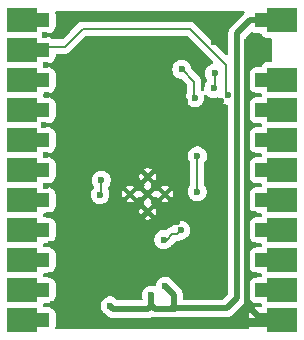
<source format=gbr>
%TF.GenerationSoftware,KiCad,Pcbnew,9.0.1+dfsg-1*%
%TF.CreationDate,2025-05-01T10:53:58+02:00*%
%TF.ProjectId,audio-codec,61756469-6f2d-4636-9f64-65632e6b6963,rev?*%
%TF.SameCoordinates,Original*%
%TF.FileFunction,Copper,L2,Bot*%
%TF.FilePolarity,Positive*%
%FSLAX46Y46*%
G04 Gerber Fmt 4.6, Leading zero omitted, Abs format (unit mm)*
G04 Created by KiCad (PCBNEW 9.0.1+dfsg-1) date 2025-05-01 10:53:58*
%MOMM*%
%LPD*%
G01*
G04 APERTURE LIST*
G04 Aperture macros list*
%AMRoundRect*
0 Rectangle with rounded corners*
0 $1 Rounding radius*
0 $2 $3 $4 $5 $6 $7 $8 $9 X,Y pos of 4 corners*
0 Add a 4 corners polygon primitive as box body*
4,1,4,$2,$3,$4,$5,$6,$7,$8,$9,$2,$3,0*
0 Add four circle primitives for the rounded corners*
1,1,$1+$1,$2,$3*
1,1,$1+$1,$4,$5*
1,1,$1+$1,$6,$7*
1,1,$1+$1,$8,$9*
0 Add four rect primitives between the rounded corners*
20,1,$1+$1,$2,$3,$4,$5,0*
20,1,$1+$1,$4,$5,$6,$7,0*
20,1,$1+$1,$6,$7,$8,$9,0*
20,1,$1+$1,$8,$9,$2,$3,0*%
G04 Aperture macros list end*
%TA.AperFunction,ComponentPad*%
%ADD10C,0.400000*%
%TD*%
%TA.AperFunction,CastellatedPad*%
%ADD11R,2.540000X2.000000*%
%TD*%
%TA.AperFunction,ComponentPad*%
%ADD12RoundRect,0.250000X-0.375000X-0.375000X0.375000X-0.375000X0.375000X0.375000X-0.375000X0.375000X0*%
%TD*%
%TA.AperFunction,ViaPad*%
%ADD13C,0.600000*%
%TD*%
%TA.AperFunction,Conductor*%
%ADD14C,0.200000*%
%TD*%
%TA.AperFunction,Conductor*%
%ADD15C,0.750000*%
%TD*%
%TA.AperFunction,Conductor*%
%ADD16C,0.500000*%
%TD*%
G04 APERTURE END LIST*
D10*
%TO.P,U1,34,GND*%
%TO.N,GND*%
X84110000Y-65375000D03*
%TO.P,U1,35,GND*%
X85585000Y-65375000D03*
%TO.P,U1,36,GND*%
X84110000Y-63900000D03*
%TO.P,U1,37,GND*%
X82635000Y-65375000D03*
%TO.P,U1,38,GND*%
X84110000Y-66850000D03*
%TD*%
D11*
%TO.P,M1,1,VCC*%
%TO.N,DECOUPLE1*%
X95500000Y-50650000D03*
D12*
X93800000Y-50650000D03*
D11*
%TO.P,M1,3*%
%TO.N,{slash}RESET*%
X95500000Y-55730000D03*
D12*
X93800000Y-55730000D03*
D11*
%TO.P,M1,4*%
%TO.N,V1.8_MODE*%
X95500000Y-58270000D03*
D12*
X93800000Y-58270000D03*
D11*
%TO.P,M1,5*%
%TO.N,3.5MM_RIGHT*%
X95500000Y-60810000D03*
D12*
X93800000Y-60810000D03*
D11*
%TO.P,M1,6*%
%TO.N,3.5MM_LEFT*%
X95500000Y-63350000D03*
D12*
X93800000Y-63350000D03*
D11*
%TO.P,M1,7*%
%TO.N,SPEAKER_R_P*%
X95500000Y-65890000D03*
D12*
X93800000Y-65890000D03*
D11*
%TO.P,M1,8*%
%TO.N,SPEAKER_R_M*%
X95500000Y-68430000D03*
D12*
X93800000Y-68430000D03*
D11*
%TO.P,M1,9*%
%TO.N,SPEAKER_L_P*%
X95500000Y-70970000D03*
D12*
X93800000Y-70970000D03*
D11*
%TO.P,M1,10*%
%TO.N,SPEAKER_L_M*%
X95500000Y-73510000D03*
D12*
X93800000Y-73510000D03*
D11*
%TO.P,M1,11,GND*%
%TO.N,GND*%
X95500000Y-76050000D03*
D12*
X93800000Y-76050000D03*
%TO.P,M1,12*%
%TO.N,DECOUPLE4*%
X75200000Y-50650000D03*
D11*
X73500000Y-50650000D03*
D12*
%TO.P,M1,13*%
%TO.N,GPIO1*%
X75200000Y-53190000D03*
D11*
X73500000Y-53190000D03*
D12*
%TO.P,M1,14*%
%TO.N,DECOUPLE5*%
X75200000Y-55730000D03*
D11*
X73500000Y-55730000D03*
D12*
%TO.P,M1,15*%
%TO.N,I2S_DOUT*%
X75200000Y-58270000D03*
D11*
X73500000Y-58270000D03*
D12*
%TO.P,M1,16*%
%TO.N,I2S_DIN*%
X75200000Y-60810000D03*
D11*
X73500000Y-60810000D03*
D12*
%TO.P,M1,17*%
%TO.N,WCLK*%
X75200000Y-63350000D03*
D11*
X73500000Y-63350000D03*
D12*
%TO.P,M1,18*%
%TO.N,I2S_BCLK*%
X75200000Y-65890000D03*
D11*
X73500000Y-65890000D03*
D12*
%TO.P,M1,19*%
%TO.N,I2S_MCLK*%
X75200000Y-68430000D03*
D11*
X73500000Y-68430000D03*
D12*
%TO.P,M1,20*%
%TO.N,SDA*%
X75200000Y-70970000D03*
D11*
X73500000Y-70970000D03*
D12*
%TO.P,M1,21*%
%TO.N,SCL*%
X75200000Y-73510000D03*
D11*
X73500000Y-73510000D03*
D12*
%TO.P,M1,22*%
%TO.N,3.5MM_MIC*%
X75200000Y-76050000D03*
D11*
X73500000Y-76050000D03*
%TD*%
D13*
%TO.N,DECOUPLE4*%
X88125000Y-57210000D03*
X88310000Y-65175000D03*
X88335000Y-62150000D03*
X87000000Y-54825000D03*
%TO.N,Net-(U1-MIC1RP)*%
X80199243Y-64200000D03*
X80084958Y-65423571D03*
%TO.N,GND*%
X87100000Y-60520000D03*
X81430000Y-61040000D03*
X89980000Y-66950000D03*
X75370000Y-59530000D03*
X81485000Y-67625000D03*
X93220000Y-72230000D03*
X87290000Y-57490000D03*
X78550000Y-58030000D03*
X92500000Y-64640000D03*
X89750000Y-52510000D03*
X84141926Y-54175000D03*
X78890000Y-64190000D03*
X77120000Y-59640000D03*
X92500000Y-54240000D03*
X77300000Y-73090000D03*
X83860000Y-68525000D03*
X75510000Y-54450000D03*
X87110000Y-52850000D03*
X89540000Y-76250000D03*
X93060000Y-62040000D03*
X75510000Y-62060000D03*
X78120000Y-55230000D03*
X87285000Y-65175000D03*
X82430000Y-69350000D03*
X82650000Y-68580000D03*
X79350000Y-69270000D03*
X76120000Y-74720000D03*
X75920000Y-69640000D03*
X88430000Y-53820000D03*
X86200000Y-56050000D03*
X77910000Y-61160000D03*
X75610000Y-57010000D03*
X86560000Y-67725000D03*
X86650000Y-70060000D03*
X86320000Y-62590000D03*
X89800000Y-51450000D03*
X75910000Y-72210000D03*
X90300000Y-57520000D03*
X82480000Y-72450000D03*
X90035000Y-68400000D03*
X75490000Y-64660000D03*
X75800000Y-67140000D03*
X93160000Y-69730000D03*
X92500000Y-52510000D03*
X90880000Y-76250000D03*
X75440000Y-51920000D03*
X90380000Y-60500000D03*
X92630000Y-74880000D03*
X92500000Y-59590000D03*
X84400000Y-59160000D03*
X93060000Y-56970000D03*
X87920000Y-72500000D03*
X93140000Y-67090000D03*
X79360000Y-72330000D03*
%TO.N,DECOUPLE1*%
X84435000Y-73940000D03*
X85590000Y-73170000D03*
X80935000Y-74850000D03*
%TO.N,{slash}RESET*%
X89710000Y-56440000D03*
X89780000Y-55140000D03*
%TO.N,SPEAKER_R_M*%
X85477107Y-69232893D03*
X86935000Y-68431666D03*
%TO.N,GPIO1*%
X90930000Y-57010000D03*
%TD*%
D14*
%TO.N,DECOUPLE4*%
X88285000Y-65150000D02*
X88310000Y-65175000D01*
X88335000Y-62150000D02*
X88285000Y-62200000D01*
X88125000Y-57210000D02*
X88050000Y-57135000D01*
X88050000Y-57135000D02*
X88050000Y-55875000D01*
X88285000Y-62200000D02*
X88285000Y-65150000D01*
X88050000Y-55875000D02*
X87000000Y-54825000D01*
%TO.N,Net-(U1-MIC1RP)*%
X80199243Y-65309286D02*
X80084958Y-65423571D01*
X80199243Y-64200000D02*
X80199243Y-65309286D01*
%TO.N,GND*%
X90060000Y-63625000D02*
X90010000Y-63575000D01*
X78310000Y-65675000D02*
X78310000Y-63750000D01*
D15*
X94325000Y-76250000D02*
X90880000Y-76250000D01*
D16*
X92630000Y-74880000D02*
X93800000Y-76050000D01*
X92500000Y-54240000D02*
X92500000Y-59590000D01*
X92500000Y-59590000D02*
X92500000Y-64640000D01*
D14*
X90060000Y-65950000D02*
X90060000Y-63625000D01*
D15*
X89540000Y-76250000D02*
X89300000Y-76250000D01*
D16*
X92500000Y-74750000D02*
X92630000Y-74880000D01*
X92500000Y-52510000D02*
X92500000Y-54240000D01*
D15*
X90880000Y-76250000D02*
X89540000Y-76250000D01*
D16*
X92500000Y-64640000D02*
X92500000Y-74750000D01*
D15*
X94825000Y-75750000D02*
X94325000Y-76250000D01*
D16*
%TO.N,DECOUPLE1*%
X86335000Y-74870000D02*
X86130000Y-75075000D01*
X93790000Y-50660000D02*
X93800000Y-50650000D01*
X94525000Y-50650000D02*
X94825000Y-50350000D01*
X86130000Y-75075000D02*
X86395000Y-75075000D01*
X84435000Y-73940000D02*
X84435000Y-74800000D01*
X92800000Y-50660000D02*
X93790000Y-50660000D01*
X86130000Y-75075000D02*
X84710000Y-75075000D01*
X91700000Y-51760000D02*
X92800000Y-50660000D01*
X84435000Y-74800000D02*
X84115000Y-75120000D01*
X85590000Y-73170000D02*
X86335000Y-73915000D01*
X81205000Y-75120000D02*
X80935000Y-74850000D01*
X84115000Y-75120000D02*
X81205000Y-75120000D01*
X86395000Y-75075000D02*
X86410000Y-75060000D01*
X90810000Y-75060000D02*
X91700000Y-74170000D01*
X86410000Y-75060000D02*
X90810000Y-75060000D01*
X93800000Y-50650000D02*
X94525000Y-50650000D01*
X86335000Y-73915000D02*
X86335000Y-74870000D01*
X84710000Y-75075000D02*
X84435000Y-74800000D01*
X91700000Y-74170000D02*
X91700000Y-51760000D01*
D14*
%TO.N,{slash}RESET*%
X89710000Y-56440000D02*
X89710000Y-56380000D01*
X89710000Y-56380000D02*
X89780000Y-56310000D01*
X89780000Y-56310000D02*
X89780000Y-55140000D01*
%TO.N,SPEAKER_R_M*%
X85477107Y-69232893D02*
X85745835Y-69232893D01*
X86594802Y-68771864D02*
X86935000Y-68431666D01*
X86206864Y-68771864D02*
X86594802Y-68771864D01*
X85745835Y-69232893D02*
X86206864Y-68771864D01*
%TO.N,GPIO1*%
X77130000Y-52890000D02*
X74505000Y-52890000D01*
X90930000Y-57010000D02*
X90770000Y-56850000D01*
X90770000Y-54450000D02*
X87710000Y-51390000D01*
X87710000Y-51390000D02*
X78630000Y-51390000D01*
X78630000Y-51390000D02*
X77130000Y-52890000D01*
X90770000Y-56850000D02*
X90770000Y-54450000D01*
%TD*%
%TA.AperFunction,Conductor*%
%TO.N,GND*%
G36*
X87476942Y-52010185D02*
G01*
X87497584Y-52026819D01*
X89628122Y-54157358D01*
X89661607Y-54218681D01*
X89656623Y-54288373D01*
X89614751Y-54344306D01*
X89564634Y-54366656D01*
X89546507Y-54370261D01*
X89546498Y-54370264D01*
X89400827Y-54430602D01*
X89400814Y-54430609D01*
X89269711Y-54518210D01*
X89269707Y-54518213D01*
X89158213Y-54629707D01*
X89158210Y-54629711D01*
X89070609Y-54760814D01*
X89070602Y-54760827D01*
X89010264Y-54906498D01*
X89010261Y-54906510D01*
X88979500Y-55061153D01*
X88979500Y-55218846D01*
X89010261Y-55373489D01*
X89010264Y-55373501D01*
X89070602Y-55519172D01*
X89070609Y-55519185D01*
X89158602Y-55650874D01*
X89164252Y-55668920D01*
X89174477Y-55684830D01*
X89178928Y-55715789D01*
X89179480Y-55717551D01*
X89179500Y-55719765D01*
X89179500Y-55787059D01*
X89159815Y-55854098D01*
X89143181Y-55874740D01*
X89088213Y-55929707D01*
X89088210Y-55929711D01*
X89000609Y-56060814D01*
X89000602Y-56060827D01*
X88940264Y-56206498D01*
X88940261Y-56206510D01*
X88909500Y-56361153D01*
X88909500Y-56518841D01*
X88915064Y-56546816D01*
X88908835Y-56616408D01*
X88865971Y-56671585D01*
X88800081Y-56694828D01*
X88732085Y-56678759D01*
X88705766Y-56658688D01*
X88686816Y-56639738D01*
X88653333Y-56578414D01*
X88650500Y-56552059D01*
X88650500Y-55795943D01*
X88650499Y-55795940D01*
X88641349Y-55761789D01*
X88609577Y-55643215D01*
X88580639Y-55593095D01*
X88530520Y-55506284D01*
X88418716Y-55394480D01*
X88418715Y-55394479D01*
X88414385Y-55390149D01*
X88414374Y-55390139D01*
X87834574Y-54810339D01*
X87801089Y-54749016D01*
X87800638Y-54746849D01*
X87769738Y-54591510D01*
X87769737Y-54591503D01*
X87764877Y-54579769D01*
X87709397Y-54445827D01*
X87709390Y-54445814D01*
X87621789Y-54314711D01*
X87621786Y-54314707D01*
X87510292Y-54203213D01*
X87510288Y-54203210D01*
X87379185Y-54115609D01*
X87379172Y-54115602D01*
X87233501Y-54055264D01*
X87233489Y-54055261D01*
X87078845Y-54024500D01*
X87078842Y-54024500D01*
X86921158Y-54024500D01*
X86921155Y-54024500D01*
X86766510Y-54055261D01*
X86766498Y-54055264D01*
X86620827Y-54115602D01*
X86620814Y-54115609D01*
X86489711Y-54203210D01*
X86489707Y-54203213D01*
X86378213Y-54314707D01*
X86378210Y-54314711D01*
X86290609Y-54445814D01*
X86290602Y-54445827D01*
X86230264Y-54591498D01*
X86230261Y-54591510D01*
X86199500Y-54746153D01*
X86199500Y-54903846D01*
X86230261Y-55058489D01*
X86230264Y-55058501D01*
X86290602Y-55204172D01*
X86290609Y-55204185D01*
X86378210Y-55335288D01*
X86378213Y-55335292D01*
X86489707Y-55446786D01*
X86489711Y-55446789D01*
X86620814Y-55534390D01*
X86620827Y-55534397D01*
X86762539Y-55593095D01*
X86766503Y-55594737D01*
X86831147Y-55607595D01*
X86921849Y-55625638D01*
X86983760Y-55658023D01*
X86985339Y-55659574D01*
X87413181Y-56087416D01*
X87446666Y-56148739D01*
X87449500Y-56175097D01*
X87449500Y-56742479D01*
X87429815Y-56809518D01*
X87428602Y-56811370D01*
X87415609Y-56830814D01*
X87415602Y-56830827D01*
X87355264Y-56976498D01*
X87355261Y-56976510D01*
X87324500Y-57131153D01*
X87324500Y-57288846D01*
X87355261Y-57443489D01*
X87355264Y-57443501D01*
X87415602Y-57589172D01*
X87415609Y-57589185D01*
X87503210Y-57720288D01*
X87503213Y-57720292D01*
X87614707Y-57831786D01*
X87614711Y-57831789D01*
X87745814Y-57919390D01*
X87745827Y-57919397D01*
X87891498Y-57979735D01*
X87891503Y-57979737D01*
X88046153Y-58010499D01*
X88046156Y-58010500D01*
X88046158Y-58010500D01*
X88203844Y-58010500D01*
X88203845Y-58010499D01*
X88358497Y-57979737D01*
X88504179Y-57919394D01*
X88635289Y-57831789D01*
X88746789Y-57720289D01*
X88834394Y-57589179D01*
X88839993Y-57575663D01*
X88894735Y-57443501D01*
X88894737Y-57443497D01*
X88925500Y-57288842D01*
X88925500Y-57131158D01*
X88924238Y-57124815D01*
X88919936Y-57103187D01*
X88926163Y-57033595D01*
X88969025Y-56978417D01*
X89034914Y-56955172D01*
X89102911Y-56971239D01*
X89129234Y-56991313D01*
X89199707Y-57061786D01*
X89199711Y-57061789D01*
X89330814Y-57149390D01*
X89330827Y-57149397D01*
X89399945Y-57178026D01*
X89476503Y-57209737D01*
X89631153Y-57240499D01*
X89631156Y-57240500D01*
X89631158Y-57240500D01*
X89788844Y-57240500D01*
X89788845Y-57240499D01*
X89943497Y-57209737D01*
X90002023Y-57185494D01*
X90071490Y-57178026D01*
X90133969Y-57209301D01*
X90164035Y-57252604D01*
X90220602Y-57389172D01*
X90220609Y-57389185D01*
X90308210Y-57520288D01*
X90308213Y-57520292D01*
X90419707Y-57631786D01*
X90419711Y-57631789D01*
X90550814Y-57719390D01*
X90550827Y-57719397D01*
X90692080Y-57777905D01*
X90696503Y-57779737D01*
X90849691Y-57810208D01*
X90911602Y-57842592D01*
X90946176Y-57903308D01*
X90949500Y-57931825D01*
X90949500Y-73807770D01*
X90929815Y-73874809D01*
X90913181Y-73895451D01*
X90535451Y-74273181D01*
X90474128Y-74306666D01*
X90447770Y-74309500D01*
X87209500Y-74309500D01*
X87142461Y-74289815D01*
X87096706Y-74237011D01*
X87085500Y-74185500D01*
X87085500Y-73841079D01*
X87056659Y-73696092D01*
X87056658Y-73696091D01*
X87056658Y-73696087D01*
X87000632Y-73560827D01*
X87000087Y-73559511D01*
X87000080Y-73559498D01*
X86917952Y-73436585D01*
X86911074Y-73429707D01*
X86813416Y-73332049D01*
X86336072Y-72854705D01*
X86309191Y-72814473D01*
X86299397Y-72790828D01*
X86299396Y-72790826D01*
X86299394Y-72790821D01*
X86270324Y-72747315D01*
X86211789Y-72659710D01*
X86100292Y-72548213D01*
X86100288Y-72548210D01*
X85969185Y-72460609D01*
X85969172Y-72460602D01*
X85823501Y-72400264D01*
X85823489Y-72400261D01*
X85668845Y-72369500D01*
X85668842Y-72369500D01*
X85511158Y-72369500D01*
X85511155Y-72369500D01*
X85356510Y-72400261D01*
X85356498Y-72400264D01*
X85210827Y-72460602D01*
X85210814Y-72460609D01*
X85079711Y-72548210D01*
X85079707Y-72548213D01*
X84968213Y-72659707D01*
X84968210Y-72659711D01*
X84880609Y-72790814D01*
X84880602Y-72790827D01*
X84820264Y-72936498D01*
X84820261Y-72936508D01*
X84793949Y-73068788D01*
X84761564Y-73130699D01*
X84700848Y-73165273D01*
X84648141Y-73166213D01*
X84513846Y-73139500D01*
X84513842Y-73139500D01*
X84356158Y-73139500D01*
X84356155Y-73139500D01*
X84201510Y-73170261D01*
X84201498Y-73170264D01*
X84055827Y-73230602D01*
X84055814Y-73230609D01*
X83924711Y-73318210D01*
X83924707Y-73318213D01*
X83813213Y-73429707D01*
X83813210Y-73429711D01*
X83725609Y-73560814D01*
X83725602Y-73560827D01*
X83665264Y-73706498D01*
X83665261Y-73706510D01*
X83634500Y-73861153D01*
X83634500Y-74018846D01*
X83665261Y-74173489D01*
X83665263Y-74173497D01*
X83675061Y-74197151D01*
X83676687Y-74205328D01*
X83679477Y-74209669D01*
X83684500Y-74244604D01*
X83684500Y-74245500D01*
X83664815Y-74312539D01*
X83612011Y-74358294D01*
X83560500Y-74369500D01*
X81637941Y-74369500D01*
X81570902Y-74349815D01*
X81550260Y-74333181D01*
X81445292Y-74228213D01*
X81445288Y-74228210D01*
X81314185Y-74140609D01*
X81314172Y-74140602D01*
X81168501Y-74080264D01*
X81168489Y-74080261D01*
X81013845Y-74049500D01*
X81013842Y-74049500D01*
X80856158Y-74049500D01*
X80856155Y-74049500D01*
X80701510Y-74080261D01*
X80701498Y-74080264D01*
X80555827Y-74140602D01*
X80555814Y-74140609D01*
X80424711Y-74228210D01*
X80424707Y-74228213D01*
X80313213Y-74339707D01*
X80313210Y-74339711D01*
X80225609Y-74470814D01*
X80225602Y-74470827D01*
X80165264Y-74616498D01*
X80165261Y-74616510D01*
X80134500Y-74771153D01*
X80134500Y-74928846D01*
X80165261Y-75083489D01*
X80165264Y-75083501D01*
X80225602Y-75229172D01*
X80225609Y-75229185D01*
X80313210Y-75360288D01*
X80313213Y-75360292D01*
X80424707Y-75471786D01*
X80424711Y-75471789D01*
X80555814Y-75559390D01*
X80555827Y-75559397D01*
X80579477Y-75569193D01*
X80586409Y-75573825D01*
X80591452Y-75574922D01*
X80619705Y-75596072D01*
X80622049Y-75598416D01*
X80726584Y-75702951D01*
X80726587Y-75702953D01*
X80726588Y-75702954D01*
X80849494Y-75785077D01*
X80849496Y-75785078D01*
X80849505Y-75785084D01*
X80877448Y-75796658D01*
X80877449Y-75796659D01*
X80877450Y-75796659D01*
X80986088Y-75841659D01*
X81102241Y-75864763D01*
X81121468Y-75868587D01*
X81131081Y-75870500D01*
X81131082Y-75870500D01*
X84188920Y-75870500D01*
X84307731Y-75846866D01*
X84333913Y-75841658D01*
X84423544Y-75804530D01*
X84442346Y-75802509D01*
X84459943Y-75795586D01*
X84491178Y-75797259D01*
X84493013Y-75797062D01*
X84495151Y-75797467D01*
X84607241Y-75819763D01*
X84626468Y-75823587D01*
X84636081Y-75825500D01*
X84636082Y-75825500D01*
X86468919Y-75825500D01*
X86532347Y-75812883D01*
X86556539Y-75810500D01*
X90883920Y-75810500D01*
X91009382Y-75785543D01*
X91028913Y-75781658D01*
X91165495Y-75725084D01*
X91214729Y-75692186D01*
X91288416Y-75642952D01*
X92282952Y-74648416D01*
X92303620Y-74617483D01*
X92344754Y-74555922D01*
X92344756Y-74555917D01*
X92344762Y-74555909D01*
X92365084Y-74525495D01*
X92421658Y-74388913D01*
X92438018Y-74306666D01*
X92450500Y-74243920D01*
X92450500Y-74098544D01*
X92470185Y-74031505D01*
X92522989Y-73985750D01*
X92592147Y-73975806D01*
X92655703Y-74004831D01*
X92692206Y-74059540D01*
X92740185Y-74204331D01*
X92740187Y-74204336D01*
X92760341Y-74237011D01*
X92832288Y-74353656D01*
X92956344Y-74477712D01*
X93105666Y-74569814D01*
X93272203Y-74624999D01*
X93374991Y-74635500D01*
X93656533Y-74635499D01*
X93677779Y-74641737D01*
X93699866Y-74643317D01*
X93710647Y-74651388D01*
X93723572Y-74655183D01*
X93738074Y-74671919D01*
X93755799Y-74685188D01*
X93766411Y-74704622D01*
X93769327Y-74707987D01*
X93772714Y-74716164D01*
X93780627Y-74737379D01*
X93785612Y-74807071D01*
X93780626Y-74824051D01*
X93773059Y-74844337D01*
X93731186Y-74900269D01*
X93665721Y-74924684D01*
X93656879Y-74925000D01*
X93375029Y-74925000D01*
X93375012Y-74925001D01*
X93272302Y-74935494D01*
X93105878Y-74990642D01*
X93105873Y-74990644D01*
X93098651Y-74995098D01*
X93098650Y-74995099D01*
X93778551Y-75675000D01*
X93750630Y-75675000D01*
X93655255Y-75700556D01*
X93569745Y-75749925D01*
X93499925Y-75819745D01*
X93450556Y-75905255D01*
X93425000Y-76000630D01*
X93425000Y-76028551D01*
X92745099Y-75348650D01*
X92745098Y-75348651D01*
X92740644Y-75355873D01*
X92740642Y-75355877D01*
X92685494Y-75522302D01*
X92685493Y-75522309D01*
X92675000Y-75625013D01*
X92675000Y-76474971D01*
X92675001Y-76474987D01*
X92685493Y-76577695D01*
X92711606Y-76656495D01*
X92714008Y-76726324D01*
X92678277Y-76786366D01*
X92615756Y-76817559D01*
X92593900Y-76819500D01*
X76406626Y-76819500D01*
X76339587Y-76799815D01*
X76293832Y-76747011D01*
X76283888Y-76677853D01*
X76288918Y-76656503D01*
X76314999Y-76577797D01*
X76325500Y-76475009D01*
X76325499Y-75624992D01*
X76322784Y-75598418D01*
X76314999Y-75522203D01*
X76314998Y-75522200D01*
X76269653Y-75385359D01*
X76259814Y-75355666D01*
X76167712Y-75206344D01*
X76043656Y-75082288D01*
X75950888Y-75025069D01*
X75894336Y-74990187D01*
X75894331Y-74990185D01*
X75892862Y-74989698D01*
X75727797Y-74935001D01*
X75727795Y-74935000D01*
X75625016Y-74924500D01*
X75625009Y-74924500D01*
X75343466Y-74924500D01*
X75322220Y-74918261D01*
X75300132Y-74916682D01*
X75289348Y-74908609D01*
X75276427Y-74904815D01*
X75261927Y-74888081D01*
X75244199Y-74874810D01*
X75233585Y-74855373D01*
X75230672Y-74852011D01*
X75227284Y-74843833D01*
X75219638Y-74823333D01*
X75214654Y-74753641D01*
X75219639Y-74736664D01*
X75227286Y-74716163D01*
X75269159Y-74660230D01*
X75334624Y-74635815D01*
X75343467Y-74635499D01*
X75625002Y-74635499D01*
X75625008Y-74635499D01*
X75727797Y-74624999D01*
X75894334Y-74569814D01*
X76043656Y-74477712D01*
X76167712Y-74353656D01*
X76259814Y-74204334D01*
X76314999Y-74037797D01*
X76325500Y-73935009D01*
X76325499Y-73084992D01*
X76314999Y-72982203D01*
X76259814Y-72815666D01*
X76167712Y-72666344D01*
X76043656Y-72542288D01*
X75913694Y-72462127D01*
X75894336Y-72450187D01*
X75894331Y-72450185D01*
X75892862Y-72449698D01*
X75727797Y-72395001D01*
X75727795Y-72395000D01*
X75625016Y-72384500D01*
X75625009Y-72384500D01*
X75343466Y-72384500D01*
X75322220Y-72378261D01*
X75300132Y-72376682D01*
X75289348Y-72368609D01*
X75276427Y-72364815D01*
X75261927Y-72348081D01*
X75244199Y-72334810D01*
X75233585Y-72315373D01*
X75230672Y-72312011D01*
X75227284Y-72303833D01*
X75219638Y-72283333D01*
X75214654Y-72213641D01*
X75219639Y-72196664D01*
X75227286Y-72176163D01*
X75269159Y-72120230D01*
X75334624Y-72095815D01*
X75343467Y-72095499D01*
X75625002Y-72095499D01*
X75625008Y-72095499D01*
X75727797Y-72084999D01*
X75894334Y-72029814D01*
X76043656Y-71937712D01*
X76167712Y-71813656D01*
X76259814Y-71664334D01*
X76314999Y-71497797D01*
X76325500Y-71395009D01*
X76325499Y-70544992D01*
X76314999Y-70442203D01*
X76259814Y-70275666D01*
X76167712Y-70126344D01*
X76043656Y-70002288D01*
X75894334Y-69910186D01*
X75727797Y-69855001D01*
X75727795Y-69855000D01*
X75625016Y-69844500D01*
X75625009Y-69844500D01*
X75343466Y-69844500D01*
X75322220Y-69838261D01*
X75300132Y-69836682D01*
X75289348Y-69828609D01*
X75276427Y-69824815D01*
X75261927Y-69808081D01*
X75244199Y-69794810D01*
X75233585Y-69775373D01*
X75230672Y-69772011D01*
X75227284Y-69763833D01*
X75219638Y-69743333D01*
X75214654Y-69673641D01*
X75219639Y-69656664D01*
X75227286Y-69636163D01*
X75269159Y-69580230D01*
X75334624Y-69555815D01*
X75343467Y-69555499D01*
X75625002Y-69555499D01*
X75625008Y-69555499D01*
X75727797Y-69544999D01*
X75894334Y-69489814D01*
X76043656Y-69397712D01*
X76167712Y-69273656D01*
X76241488Y-69154046D01*
X84676607Y-69154046D01*
X84676607Y-69311739D01*
X84707368Y-69466382D01*
X84707371Y-69466394D01*
X84767709Y-69612065D01*
X84767716Y-69612078D01*
X84855317Y-69743181D01*
X84855320Y-69743185D01*
X84966814Y-69854679D01*
X84966818Y-69854682D01*
X85097921Y-69942283D01*
X85097934Y-69942290D01*
X85242784Y-70002288D01*
X85243610Y-70002630D01*
X85398260Y-70033392D01*
X85398263Y-70033393D01*
X85398265Y-70033393D01*
X85555951Y-70033393D01*
X85555952Y-70033392D01*
X85710604Y-70002630D01*
X85856286Y-69942287D01*
X85987396Y-69854682D01*
X86098896Y-69743182D01*
X86120532Y-69710799D01*
X86135951Y-69692012D01*
X86155632Y-69672331D01*
X86226355Y-69601609D01*
X86226356Y-69601606D01*
X86419281Y-69408680D01*
X86480604Y-69375198D01*
X86506961Y-69372364D01*
X86508133Y-69372364D01*
X86508149Y-69372365D01*
X86515745Y-69372365D01*
X86673856Y-69372365D01*
X86673859Y-69372365D01*
X86826587Y-69331441D01*
X86886306Y-69296962D01*
X86963518Y-69252384D01*
X86964118Y-69251783D01*
X86971763Y-69247345D01*
X86985573Y-69243958D01*
X87009833Y-69232964D01*
X87086643Y-69217684D01*
X87168497Y-69201403D01*
X87314179Y-69141060D01*
X87445289Y-69053455D01*
X87556789Y-68941955D01*
X87644394Y-68810845D01*
X87704737Y-68665163D01*
X87735500Y-68510508D01*
X87735500Y-68352824D01*
X87735500Y-68352821D01*
X87735499Y-68352819D01*
X87704738Y-68198176D01*
X87704737Y-68198169D01*
X87698176Y-68182329D01*
X87644397Y-68052493D01*
X87644390Y-68052480D01*
X87556789Y-67921377D01*
X87556786Y-67921373D01*
X87445292Y-67809879D01*
X87445288Y-67809876D01*
X87314185Y-67722275D01*
X87314172Y-67722268D01*
X87168501Y-67661930D01*
X87168489Y-67661927D01*
X87013845Y-67631166D01*
X87013842Y-67631166D01*
X86856158Y-67631166D01*
X86856155Y-67631166D01*
X86701510Y-67661927D01*
X86701498Y-67661930D01*
X86555827Y-67722268D01*
X86555814Y-67722275D01*
X86424711Y-67809876D01*
X86424707Y-67809879D01*
X86313213Y-67921373D01*
X86313210Y-67921377D01*
X86225609Y-68052480D01*
X86225602Y-68052493D01*
X86205829Y-68100232D01*
X86161988Y-68154636D01*
X86123361Y-68172555D01*
X86086883Y-68182328D01*
X86086883Y-68182329D01*
X86049615Y-68192315D01*
X85975078Y-68212287D01*
X85975073Y-68212290D01*
X85838154Y-68291339D01*
X85838146Y-68291345D01*
X85776673Y-68352819D01*
X85726344Y-68403148D01*
X85726342Y-68403150D01*
X85720540Y-68408952D01*
X85659214Y-68442431D01*
X85608676Y-68442880D01*
X85555949Y-68432393D01*
X85398265Y-68432393D01*
X85398262Y-68432393D01*
X85243617Y-68463154D01*
X85243605Y-68463157D01*
X85097934Y-68523495D01*
X85097921Y-68523502D01*
X84966818Y-68611103D01*
X84966814Y-68611106D01*
X84855320Y-68722600D01*
X84855317Y-68722604D01*
X84767716Y-68853707D01*
X84767709Y-68853720D01*
X84707371Y-68999391D01*
X84707368Y-68999403D01*
X84676607Y-69154046D01*
X76241488Y-69154046D01*
X76259814Y-69124334D01*
X76314999Y-68957797D01*
X76325500Y-68855009D01*
X76325499Y-68004992D01*
X76314999Y-67902203D01*
X76259814Y-67735666D01*
X76167712Y-67586344D01*
X76049329Y-67467961D01*
X83774880Y-67467961D01*
X83774880Y-67467962D01*
X83778429Y-67470334D01*
X83905813Y-67523097D01*
X83905823Y-67523100D01*
X84041053Y-67550000D01*
X84178946Y-67550000D01*
X84314176Y-67523100D01*
X84314186Y-67523097D01*
X84441570Y-67470334D01*
X84441572Y-67470332D01*
X84445119Y-67467961D01*
X84110001Y-67132842D01*
X84110000Y-67132842D01*
X83774880Y-67467961D01*
X76049329Y-67467961D01*
X76043656Y-67462288D01*
X75894334Y-67370186D01*
X75727797Y-67315001D01*
X75727795Y-67315000D01*
X75625016Y-67304500D01*
X75625009Y-67304500D01*
X75343466Y-67304500D01*
X75322220Y-67298261D01*
X75300132Y-67296682D01*
X75289348Y-67288609D01*
X75276427Y-67284815D01*
X75261927Y-67268081D01*
X75244199Y-67254810D01*
X75233585Y-67235373D01*
X75230672Y-67232011D01*
X75227284Y-67223833D01*
X75219638Y-67203333D01*
X75214654Y-67133641D01*
X75219639Y-67116664D01*
X75227286Y-67096163D01*
X75269159Y-67040230D01*
X75334624Y-67015815D01*
X75343467Y-67015499D01*
X75625002Y-67015499D01*
X75625008Y-67015499D01*
X75727797Y-67004999D01*
X75894334Y-66949814D01*
X75944379Y-66918946D01*
X83409999Y-66918946D01*
X83436899Y-67054176D01*
X83436901Y-67054182D01*
X83489668Y-67181573D01*
X83489668Y-67181574D01*
X83492037Y-67185119D01*
X83827157Y-66850000D01*
X83807266Y-66830109D01*
X84010000Y-66830109D01*
X84010000Y-66869891D01*
X84025224Y-66906645D01*
X84053355Y-66934776D01*
X84090109Y-66950000D01*
X84129891Y-66950000D01*
X84166645Y-66934776D01*
X84194776Y-66906645D01*
X84210000Y-66869891D01*
X84210000Y-66850000D01*
X84392842Y-66850000D01*
X84727961Y-67185119D01*
X84730332Y-67181572D01*
X84730334Y-67181570D01*
X84783097Y-67054186D01*
X84783100Y-67054176D01*
X84810000Y-66918946D01*
X84810000Y-66781053D01*
X84783100Y-66645823D01*
X84783097Y-66645813D01*
X84730334Y-66518429D01*
X84727961Y-66514880D01*
X84392842Y-66850000D01*
X84210000Y-66850000D01*
X84210000Y-66830109D01*
X84194776Y-66793355D01*
X84166645Y-66765224D01*
X84129891Y-66750000D01*
X84090109Y-66750000D01*
X84053355Y-66765224D01*
X84025224Y-66793355D01*
X84010000Y-66830109D01*
X83807266Y-66830109D01*
X83492037Y-66514880D01*
X83492036Y-66514880D01*
X83489667Y-66518427D01*
X83489666Y-66518428D01*
X83436902Y-66645813D01*
X83436899Y-66645823D01*
X83410000Y-66781053D01*
X83410000Y-66918946D01*
X83409999Y-66918946D01*
X75944379Y-66918946D01*
X76043656Y-66857712D01*
X76167712Y-66733656D01*
X76259814Y-66584334D01*
X76314999Y-66417797D01*
X76325500Y-66315009D01*
X76325499Y-65464992D01*
X76314999Y-65362203D01*
X76309207Y-65344724D01*
X79284458Y-65344724D01*
X79284458Y-65502417D01*
X79315219Y-65657060D01*
X79315222Y-65657072D01*
X79375560Y-65802743D01*
X79375567Y-65802756D01*
X79463168Y-65933859D01*
X79463171Y-65933863D01*
X79574665Y-66045357D01*
X79574669Y-66045360D01*
X79705772Y-66132961D01*
X79705785Y-66132968D01*
X79851456Y-66193306D01*
X79851461Y-66193308D01*
X80002662Y-66223384D01*
X80006111Y-66224070D01*
X80006114Y-66224071D01*
X80006116Y-66224071D01*
X80163802Y-66224071D01*
X80163803Y-66224070D01*
X80318455Y-66193308D01*
X80360789Y-66175773D01*
X80389973Y-66163685D01*
X80464130Y-66132968D01*
X80464130Y-66132967D01*
X80464137Y-66132965D01*
X80595247Y-66045360D01*
X80647646Y-65992961D01*
X82299880Y-65992961D01*
X82299880Y-65992962D01*
X82303429Y-65995334D01*
X82430813Y-66048097D01*
X82430823Y-66048100D01*
X82566053Y-66075000D01*
X82703946Y-66075000D01*
X82839176Y-66048100D01*
X82839186Y-66048097D01*
X82966570Y-65995334D01*
X82966572Y-65995332D01*
X82970119Y-65992961D01*
X83774880Y-65992961D01*
X83774880Y-65992962D01*
X83778429Y-65995334D01*
X83778428Y-65995334D01*
X83784718Y-65997939D01*
X83839122Y-66041779D01*
X83861187Y-66108073D01*
X83843908Y-66175773D01*
X83792771Y-66223384D01*
X83784722Y-66227060D01*
X83778426Y-66229668D01*
X83774880Y-66232036D01*
X83774880Y-66232037D01*
X84110000Y-66567157D01*
X84110001Y-66567157D01*
X84445119Y-66232037D01*
X84441574Y-66229668D01*
X84441570Y-66229666D01*
X84435280Y-66227061D01*
X84380876Y-66183221D01*
X84358811Y-66116927D01*
X84374183Y-66052557D01*
X84407093Y-65992961D01*
X85249880Y-65992961D01*
X85249880Y-65992962D01*
X85253429Y-65995334D01*
X85380813Y-66048097D01*
X85380823Y-66048100D01*
X85516053Y-66075000D01*
X85653946Y-66075000D01*
X85789176Y-66048100D01*
X85789186Y-66048097D01*
X85916570Y-65995334D01*
X85916572Y-65995332D01*
X85920119Y-65992961D01*
X85585001Y-65657842D01*
X85585000Y-65657842D01*
X85249880Y-65992961D01*
X84407093Y-65992961D01*
X84420621Y-65968463D01*
X84110001Y-65657842D01*
X84110000Y-65657842D01*
X83774880Y-65992961D01*
X82970119Y-65992961D01*
X82635001Y-65657842D01*
X82635000Y-65657842D01*
X82299880Y-65992961D01*
X80647646Y-65992961D01*
X80706747Y-65933860D01*
X80722203Y-65910728D01*
X80744168Y-65877857D01*
X80794348Y-65802756D01*
X80794348Y-65802755D01*
X80794352Y-65802750D01*
X80854695Y-65657068D01*
X80885458Y-65502413D01*
X80885458Y-65443946D01*
X81934999Y-65443946D01*
X81961899Y-65579176D01*
X81961901Y-65579182D01*
X82014668Y-65706573D01*
X82014668Y-65706574D01*
X82017037Y-65710119D01*
X82352157Y-65375000D01*
X82332266Y-65355109D01*
X82535000Y-65355109D01*
X82535000Y-65394891D01*
X82550224Y-65431645D01*
X82578355Y-65459776D01*
X82615109Y-65475000D01*
X82654891Y-65475000D01*
X82691645Y-65459776D01*
X82719776Y-65431645D01*
X82735000Y-65394891D01*
X82735000Y-65375000D01*
X82917842Y-65375000D01*
X83252961Y-65710119D01*
X83255332Y-65706573D01*
X83257937Y-65700284D01*
X83301776Y-65645879D01*
X83368069Y-65623811D01*
X83435769Y-65641088D01*
X83483382Y-65692223D01*
X83487061Y-65700280D01*
X83489666Y-65706570D01*
X83489668Y-65706574D01*
X83492037Y-65710119D01*
X83827157Y-65375000D01*
X83807266Y-65355109D01*
X84010000Y-65355109D01*
X84010000Y-65394891D01*
X84025224Y-65431645D01*
X84053355Y-65459776D01*
X84090109Y-65475000D01*
X84129891Y-65475000D01*
X84166645Y-65459776D01*
X84194776Y-65431645D01*
X84210000Y-65394891D01*
X84210000Y-65375000D01*
X84392842Y-65375000D01*
X84727961Y-65710119D01*
X84730332Y-65706573D01*
X84732937Y-65700284D01*
X84776776Y-65645879D01*
X84843069Y-65623811D01*
X84910769Y-65641088D01*
X84958382Y-65692223D01*
X84962061Y-65700280D01*
X84964666Y-65706570D01*
X84964668Y-65706574D01*
X84967037Y-65710119D01*
X85302157Y-65375000D01*
X85282266Y-65355109D01*
X85485000Y-65355109D01*
X85485000Y-65394891D01*
X85500224Y-65431645D01*
X85528355Y-65459776D01*
X85565109Y-65475000D01*
X85604891Y-65475000D01*
X85641645Y-65459776D01*
X85669776Y-65431645D01*
X85685000Y-65394891D01*
X85685000Y-65375000D01*
X85867842Y-65375000D01*
X86202961Y-65710119D01*
X86205332Y-65706572D01*
X86205334Y-65706570D01*
X86258097Y-65579186D01*
X86258100Y-65579176D01*
X86285000Y-65443946D01*
X86285000Y-65306053D01*
X86258100Y-65170823D01*
X86258098Y-65170817D01*
X86244306Y-65137519D01*
X86244305Y-65137517D01*
X86227172Y-65096153D01*
X87509500Y-65096153D01*
X87509500Y-65253846D01*
X87540261Y-65408489D01*
X87540264Y-65408501D01*
X87600602Y-65554172D01*
X87600609Y-65554185D01*
X87688210Y-65685288D01*
X87688213Y-65685292D01*
X87799707Y-65796786D01*
X87799711Y-65796789D01*
X87930814Y-65884390D01*
X87930827Y-65884397D01*
X88076498Y-65944735D01*
X88076503Y-65944737D01*
X88195781Y-65968463D01*
X88231153Y-65975499D01*
X88231156Y-65975500D01*
X88231158Y-65975500D01*
X88388844Y-65975500D01*
X88388845Y-65975499D01*
X88543497Y-65944737D01*
X88689179Y-65884394D01*
X88820289Y-65796789D01*
X88931789Y-65685289D01*
X89019394Y-65554179D01*
X89079737Y-65408497D01*
X89110500Y-65253842D01*
X89110500Y-65096158D01*
X89110500Y-65096155D01*
X89110499Y-65096153D01*
X89104835Y-65067678D01*
X89079737Y-64941503D01*
X89038575Y-64842128D01*
X89019397Y-64795827D01*
X89019390Y-64795814D01*
X88931789Y-64664711D01*
X88931786Y-64664707D01*
X88921819Y-64654740D01*
X88888334Y-64593417D01*
X88885500Y-64567059D01*
X88885500Y-62782940D01*
X88905185Y-62715901D01*
X88921820Y-62695258D01*
X88956786Y-62660292D01*
X88956789Y-62660289D01*
X89044394Y-62529179D01*
X89053853Y-62506344D01*
X89104735Y-62383501D01*
X89104737Y-62383497D01*
X89135500Y-62228842D01*
X89135500Y-62071158D01*
X89135500Y-62071155D01*
X89135499Y-62071153D01*
X89108578Y-61935815D01*
X89104737Y-61916503D01*
X89080452Y-61857873D01*
X89044397Y-61770827D01*
X89044390Y-61770814D01*
X88956789Y-61639711D01*
X88956786Y-61639707D01*
X88845292Y-61528213D01*
X88845288Y-61528210D01*
X88714185Y-61440609D01*
X88714172Y-61440602D01*
X88568501Y-61380264D01*
X88568489Y-61380261D01*
X88413845Y-61349500D01*
X88413842Y-61349500D01*
X88256158Y-61349500D01*
X88256155Y-61349500D01*
X88101510Y-61380261D01*
X88101498Y-61380264D01*
X87955827Y-61440602D01*
X87955814Y-61440609D01*
X87824711Y-61528210D01*
X87824707Y-61528213D01*
X87713213Y-61639707D01*
X87713210Y-61639711D01*
X87625609Y-61770814D01*
X87625602Y-61770827D01*
X87565264Y-61916498D01*
X87565261Y-61916510D01*
X87534500Y-62071153D01*
X87534500Y-62228846D01*
X87565261Y-62383489D01*
X87565264Y-62383501D01*
X87625602Y-62529172D01*
X87625606Y-62529179D01*
X87663602Y-62586044D01*
X87684480Y-62652721D01*
X87684500Y-62654935D01*
X87684500Y-64632650D01*
X87664815Y-64699689D01*
X87663626Y-64701503D01*
X87645868Y-64728081D01*
X87600609Y-64795815D01*
X87600602Y-64795828D01*
X87540264Y-64941498D01*
X87540261Y-64941510D01*
X87509500Y-65096153D01*
X86227172Y-65096153D01*
X86205334Y-65043429D01*
X86202961Y-65039880D01*
X85867842Y-65375000D01*
X85685000Y-65375000D01*
X85685000Y-65355109D01*
X85669776Y-65318355D01*
X85641645Y-65290224D01*
X85604891Y-65275000D01*
X85565109Y-65275000D01*
X85528355Y-65290224D01*
X85500224Y-65318355D01*
X85485000Y-65355109D01*
X85282266Y-65355109D01*
X84967037Y-65039880D01*
X84967036Y-65039880D01*
X84964668Y-65043426D01*
X84962060Y-65049722D01*
X84918217Y-65104124D01*
X84851922Y-65126187D01*
X84784223Y-65108906D01*
X84736614Y-65057767D01*
X84732939Y-65049718D01*
X84730334Y-65043429D01*
X84727961Y-65039880D01*
X84392842Y-65375000D01*
X84210000Y-65375000D01*
X84210000Y-65355109D01*
X84194776Y-65318355D01*
X84166645Y-65290224D01*
X84129891Y-65275000D01*
X84090109Y-65275000D01*
X84053355Y-65290224D01*
X84025224Y-65318355D01*
X84010000Y-65355109D01*
X83807266Y-65355109D01*
X83492037Y-65039880D01*
X83492036Y-65039880D01*
X83489668Y-65043426D01*
X83487060Y-65049722D01*
X83443217Y-65104124D01*
X83376922Y-65126187D01*
X83309223Y-65108906D01*
X83261614Y-65057767D01*
X83257939Y-65049718D01*
X83255334Y-65043429D01*
X83252961Y-65039880D01*
X82917842Y-65375000D01*
X82735000Y-65375000D01*
X82735000Y-65355109D01*
X82719776Y-65318355D01*
X82691645Y-65290224D01*
X82654891Y-65275000D01*
X82615109Y-65275000D01*
X82578355Y-65290224D01*
X82550224Y-65318355D01*
X82535000Y-65355109D01*
X82332266Y-65355109D01*
X82017037Y-65039880D01*
X82017036Y-65039880D01*
X82014667Y-65043427D01*
X82014666Y-65043428D01*
X81961902Y-65170813D01*
X81961899Y-65170823D01*
X81935000Y-65306053D01*
X81935000Y-65443946D01*
X81934999Y-65443946D01*
X80885458Y-65443946D01*
X80885458Y-65344729D01*
X80885458Y-65344726D01*
X80881366Y-65324156D01*
X80881366Y-65324155D01*
X80854697Y-65190081D01*
X80854694Y-65190072D01*
X80846718Y-65170817D01*
X80809181Y-65080194D01*
X80807555Y-65072018D01*
X80804766Y-65067678D01*
X80799743Y-65032743D01*
X80799743Y-64779765D01*
X80806417Y-64757036D01*
X82299880Y-64757036D01*
X82299880Y-64757037D01*
X82635000Y-65092157D01*
X82635001Y-65092157D01*
X82970119Y-64757037D01*
X82966574Y-64754668D01*
X82839182Y-64701901D01*
X82839176Y-64701899D01*
X82703946Y-64675000D01*
X82566054Y-64675000D01*
X82430823Y-64701899D01*
X82430813Y-64701902D01*
X82303428Y-64754666D01*
X82303427Y-64754667D01*
X82299880Y-64757036D01*
X80806417Y-64757036D01*
X80819428Y-64712726D01*
X80820641Y-64710874D01*
X80830999Y-64695373D01*
X80908637Y-64579179D01*
X80933994Y-64517961D01*
X83774880Y-64517961D01*
X83774880Y-64517962D01*
X83778429Y-64520334D01*
X83778428Y-64520334D01*
X83784718Y-64522939D01*
X83839122Y-64566779D01*
X83861187Y-64633073D01*
X83845812Y-64697448D01*
X83799374Y-64781531D01*
X84110000Y-65092157D01*
X84110001Y-65092157D01*
X84420624Y-64781532D01*
X84407095Y-64757036D01*
X85249880Y-64757036D01*
X85249880Y-64757037D01*
X85585000Y-65092157D01*
X85585001Y-65092157D01*
X85920119Y-64757037D01*
X85916574Y-64754668D01*
X85789182Y-64701901D01*
X85789176Y-64701899D01*
X85653946Y-64675000D01*
X85516054Y-64675000D01*
X85380823Y-64701899D01*
X85380813Y-64701902D01*
X85253428Y-64754666D01*
X85253427Y-64754667D01*
X85249880Y-64757036D01*
X84407095Y-64757036D01*
X84374186Y-64697447D01*
X84367921Y-64669298D01*
X84358811Y-64641927D01*
X84360423Y-64635609D01*
X84359007Y-64629246D01*
X84368957Y-64602172D01*
X84376090Y-64574227D01*
X84380861Y-64569784D01*
X84383110Y-64563666D01*
X84406115Y-64546271D01*
X84427227Y-64526616D01*
X84435284Y-64522937D01*
X84441573Y-64520332D01*
X84445119Y-64517961D01*
X84110001Y-64182842D01*
X84110000Y-64182842D01*
X83774880Y-64517961D01*
X80933994Y-64517961D01*
X80968980Y-64433497D01*
X80999743Y-64278842D01*
X80999743Y-64121158D01*
X80999743Y-64121155D01*
X80999742Y-64121153D01*
X80984462Y-64044336D01*
X80969466Y-63968946D01*
X83409999Y-63968946D01*
X83436899Y-64104176D01*
X83436901Y-64104182D01*
X83489668Y-64231573D01*
X83489668Y-64231574D01*
X83492037Y-64235119D01*
X83827157Y-63900000D01*
X83807266Y-63880109D01*
X84010000Y-63880109D01*
X84010000Y-63919891D01*
X84025224Y-63956645D01*
X84053355Y-63984776D01*
X84090109Y-64000000D01*
X84129891Y-64000000D01*
X84166645Y-63984776D01*
X84194776Y-63956645D01*
X84210000Y-63919891D01*
X84210000Y-63900000D01*
X84392842Y-63900000D01*
X84727961Y-64235119D01*
X84730332Y-64231572D01*
X84730334Y-64231570D01*
X84783097Y-64104186D01*
X84783100Y-64104176D01*
X84810000Y-63968946D01*
X84810000Y-63831053D01*
X84783100Y-63695823D01*
X84783097Y-63695813D01*
X84730334Y-63568429D01*
X84727961Y-63564880D01*
X84392842Y-63900000D01*
X84210000Y-63900000D01*
X84210000Y-63880109D01*
X84194776Y-63843355D01*
X84166645Y-63815224D01*
X84129891Y-63800000D01*
X84090109Y-63800000D01*
X84053355Y-63815224D01*
X84025224Y-63843355D01*
X84010000Y-63880109D01*
X83807266Y-63880109D01*
X83492037Y-63564880D01*
X83492036Y-63564880D01*
X83489667Y-63568427D01*
X83489666Y-63568428D01*
X83436902Y-63695813D01*
X83436899Y-63695823D01*
X83410000Y-63831053D01*
X83410000Y-63968946D01*
X83409999Y-63968946D01*
X80969466Y-63968946D01*
X80968980Y-63966503D01*
X80949673Y-63919891D01*
X80930009Y-63872416D01*
X80908638Y-63820824D01*
X80908637Y-63820821D01*
X80908635Y-63820818D01*
X80908633Y-63820814D01*
X80821032Y-63689711D01*
X80821029Y-63689707D01*
X80709535Y-63578213D01*
X80709531Y-63578210D01*
X80578428Y-63490609D01*
X80578415Y-63490602D01*
X80463025Y-63442807D01*
X80432744Y-63430264D01*
X80432732Y-63430261D01*
X80278088Y-63399500D01*
X80278085Y-63399500D01*
X80120401Y-63399500D01*
X80120398Y-63399500D01*
X79965753Y-63430261D01*
X79965741Y-63430264D01*
X79820070Y-63490602D01*
X79820057Y-63490609D01*
X79688954Y-63578210D01*
X79688950Y-63578213D01*
X79577456Y-63689707D01*
X79577453Y-63689711D01*
X79489852Y-63820814D01*
X79489845Y-63820827D01*
X79429507Y-63966498D01*
X79429504Y-63966510D01*
X79398743Y-64121153D01*
X79398743Y-64278846D01*
X79429504Y-64433489D01*
X79429507Y-64433501D01*
X79489845Y-64579172D01*
X79489852Y-64579185D01*
X79556447Y-64678851D01*
X79577325Y-64745529D01*
X79558840Y-64812909D01*
X79541027Y-64835423D01*
X79463168Y-64913282D01*
X79375567Y-65044385D01*
X79375560Y-65044398D01*
X79315222Y-65190069D01*
X79315219Y-65190081D01*
X79284458Y-65344724D01*
X76309207Y-65344724D01*
X76259814Y-65195666D01*
X76167712Y-65046344D01*
X76043656Y-64922288D01*
X75894334Y-64830186D01*
X75727797Y-64775001D01*
X75727795Y-64775000D01*
X75625016Y-64764500D01*
X75625009Y-64764500D01*
X75343466Y-64764500D01*
X75322220Y-64758261D01*
X75300132Y-64756682D01*
X75289348Y-64748609D01*
X75276427Y-64744815D01*
X75261927Y-64728081D01*
X75244199Y-64714810D01*
X75233585Y-64695373D01*
X75230672Y-64692011D01*
X75227284Y-64683833D01*
X75220152Y-64664711D01*
X75219637Y-64663332D01*
X75214654Y-64593641D01*
X75219639Y-64576664D01*
X75227286Y-64556163D01*
X75269159Y-64500230D01*
X75334624Y-64475815D01*
X75343467Y-64475499D01*
X75625002Y-64475499D01*
X75625008Y-64475499D01*
X75727797Y-64464999D01*
X75894334Y-64409814D01*
X76043656Y-64317712D01*
X76167712Y-64193656D01*
X76259814Y-64044334D01*
X76314999Y-63877797D01*
X76325500Y-63775009D01*
X76325499Y-63282036D01*
X83774880Y-63282036D01*
X83774880Y-63282037D01*
X84110000Y-63617157D01*
X84110001Y-63617157D01*
X84445119Y-63282037D01*
X84441574Y-63279668D01*
X84314182Y-63226901D01*
X84314176Y-63226899D01*
X84178946Y-63200000D01*
X84041054Y-63200000D01*
X83905823Y-63226899D01*
X83905813Y-63226902D01*
X83778428Y-63279666D01*
X83778427Y-63279667D01*
X83774880Y-63282036D01*
X76325499Y-63282036D01*
X76325499Y-62924992D01*
X76314999Y-62822203D01*
X76259814Y-62655666D01*
X76167712Y-62506344D01*
X76043656Y-62382288D01*
X75894334Y-62290186D01*
X75727797Y-62235001D01*
X75727795Y-62235000D01*
X75625016Y-62224500D01*
X75625009Y-62224500D01*
X75343466Y-62224500D01*
X75322220Y-62218261D01*
X75300132Y-62216682D01*
X75289348Y-62208609D01*
X75276427Y-62204815D01*
X75261927Y-62188081D01*
X75244199Y-62174810D01*
X75233585Y-62155373D01*
X75230672Y-62152011D01*
X75227284Y-62143833D01*
X75219638Y-62123333D01*
X75214654Y-62053641D01*
X75219639Y-62036664D01*
X75227286Y-62016163D01*
X75269159Y-61960230D01*
X75334624Y-61935815D01*
X75343467Y-61935499D01*
X75625002Y-61935499D01*
X75625008Y-61935499D01*
X75727797Y-61924999D01*
X75894334Y-61869814D01*
X76043656Y-61777712D01*
X76167712Y-61653656D01*
X76259814Y-61504334D01*
X76314999Y-61337797D01*
X76325500Y-61235009D01*
X76325499Y-60384992D01*
X76314999Y-60282203D01*
X76259814Y-60115666D01*
X76167712Y-59966344D01*
X76043656Y-59842288D01*
X75894334Y-59750186D01*
X75727797Y-59695001D01*
X75727795Y-59695000D01*
X75625016Y-59684500D01*
X75625009Y-59684500D01*
X75343466Y-59684500D01*
X75322220Y-59678261D01*
X75300132Y-59676682D01*
X75289348Y-59668609D01*
X75276427Y-59664815D01*
X75261927Y-59648081D01*
X75244199Y-59634810D01*
X75233585Y-59615373D01*
X75230672Y-59612011D01*
X75227284Y-59603833D01*
X75219638Y-59583333D01*
X75214654Y-59513641D01*
X75219639Y-59496664D01*
X75227286Y-59476163D01*
X75269159Y-59420230D01*
X75334624Y-59395815D01*
X75343467Y-59395499D01*
X75625002Y-59395499D01*
X75625008Y-59395499D01*
X75727797Y-59384999D01*
X75894334Y-59329814D01*
X76043656Y-59237712D01*
X76167712Y-59113656D01*
X76259814Y-58964334D01*
X76314999Y-58797797D01*
X76325500Y-58695009D01*
X76325499Y-57844992D01*
X76314999Y-57742203D01*
X76259814Y-57575666D01*
X76167712Y-57426344D01*
X76043656Y-57302288D01*
X75943481Y-57240500D01*
X75894336Y-57210187D01*
X75894331Y-57210185D01*
X75891663Y-57209301D01*
X75727797Y-57155001D01*
X75727795Y-57155000D01*
X75625016Y-57144500D01*
X75625009Y-57144500D01*
X75343466Y-57144500D01*
X75322220Y-57138261D01*
X75300132Y-57136682D01*
X75289348Y-57128609D01*
X75276427Y-57124815D01*
X75261927Y-57108081D01*
X75244199Y-57094810D01*
X75233585Y-57075373D01*
X75230672Y-57072011D01*
X75227284Y-57063833D01*
X75219638Y-57043333D01*
X75214654Y-56973641D01*
X75219639Y-56956664D01*
X75227286Y-56936163D01*
X75269159Y-56880230D01*
X75334624Y-56855815D01*
X75343467Y-56855499D01*
X75625002Y-56855499D01*
X75625008Y-56855499D01*
X75727797Y-56844999D01*
X75894334Y-56789814D01*
X76043656Y-56697712D01*
X76167712Y-56573656D01*
X76259814Y-56424334D01*
X76314999Y-56257797D01*
X76325500Y-56155009D01*
X76325499Y-55304992D01*
X76314999Y-55202203D01*
X76259814Y-55035666D01*
X76167712Y-54886344D01*
X76043656Y-54762288D01*
X75894334Y-54670186D01*
X75727797Y-54615001D01*
X75727795Y-54615000D01*
X75625016Y-54604500D01*
X75625009Y-54604500D01*
X75343466Y-54604500D01*
X75322220Y-54598261D01*
X75300132Y-54596682D01*
X75289348Y-54588609D01*
X75276427Y-54584815D01*
X75261927Y-54568081D01*
X75244199Y-54554810D01*
X75233585Y-54535373D01*
X75230672Y-54532011D01*
X75227284Y-54523833D01*
X75219638Y-54503333D01*
X75214654Y-54433641D01*
X75219639Y-54416664D01*
X75227286Y-54396163D01*
X75269159Y-54340230D01*
X75334624Y-54315815D01*
X75343467Y-54315499D01*
X75625002Y-54315499D01*
X75625008Y-54315499D01*
X75727797Y-54304999D01*
X75894334Y-54249814D01*
X76043656Y-54157712D01*
X76167712Y-54033656D01*
X76259814Y-53884334D01*
X76314999Y-53717797D01*
X76325500Y-53615009D01*
X76325500Y-53614500D01*
X76325531Y-53614394D01*
X76325660Y-53611861D01*
X76325820Y-53611869D01*
X76325821Y-53611868D01*
X76325844Y-53611870D01*
X76326265Y-53611891D01*
X76345185Y-53547461D01*
X76397989Y-53501706D01*
X76449500Y-53490500D01*
X77043331Y-53490500D01*
X77043347Y-53490501D01*
X77050943Y-53490501D01*
X77209054Y-53490501D01*
X77209057Y-53490501D01*
X77361785Y-53449577D01*
X77411904Y-53420639D01*
X77498716Y-53370520D01*
X77610520Y-53258716D01*
X77610520Y-53258714D01*
X77620728Y-53248507D01*
X77620729Y-53248504D01*
X78842416Y-52026819D01*
X78903739Y-51993334D01*
X78930097Y-51990500D01*
X87409903Y-51990500D01*
X87476942Y-52010185D01*
G37*
%TD.AperFunction*%
%TA.AperFunction,Conductor*%
G36*
X92655703Y-71464831D02*
G01*
X92692205Y-71519539D01*
X92740186Y-71664334D01*
X92832288Y-71813656D01*
X92956344Y-71937712D01*
X93105666Y-72029814D01*
X93272203Y-72084999D01*
X93374991Y-72095500D01*
X93656533Y-72095499D01*
X93677779Y-72101737D01*
X93699862Y-72103316D01*
X93710644Y-72111387D01*
X93723572Y-72115183D01*
X93738073Y-72131918D01*
X93755797Y-72145185D01*
X93766412Y-72164623D01*
X93769327Y-72167987D01*
X93772713Y-72176161D01*
X93780360Y-72196662D01*
X93785347Y-72266352D01*
X93780361Y-72283335D01*
X93772714Y-72303836D01*
X93730841Y-72359769D01*
X93665376Y-72384184D01*
X93656533Y-72384500D01*
X93374999Y-72384500D01*
X93374980Y-72384501D01*
X93272203Y-72395000D01*
X93272200Y-72395001D01*
X93105668Y-72450185D01*
X93105663Y-72450187D01*
X92956342Y-72542289D01*
X92832289Y-72666342D01*
X92740187Y-72815663D01*
X92740185Y-72815668D01*
X92692206Y-72960460D01*
X92652433Y-73017905D01*
X92587917Y-73044728D01*
X92519141Y-73032413D01*
X92467942Y-72984870D01*
X92450500Y-72921456D01*
X92450500Y-71558544D01*
X92470185Y-71491505D01*
X92522989Y-71445750D01*
X92592147Y-71435806D01*
X92655703Y-71464831D01*
G37*
%TD.AperFunction*%
%TA.AperFunction,Conductor*%
G36*
X92606459Y-68902342D02*
G01*
X92622104Y-68904045D01*
X92637592Y-68916560D01*
X92655703Y-68924831D01*
X92664915Y-68938638D01*
X92676449Y-68947958D01*
X92692206Y-68979540D01*
X92740185Y-69124331D01*
X92740187Y-69124336D01*
X92750504Y-69141063D01*
X92832288Y-69273656D01*
X92956344Y-69397712D01*
X93105666Y-69489814D01*
X93272203Y-69544999D01*
X93374991Y-69555500D01*
X93656533Y-69555499D01*
X93677779Y-69561737D01*
X93699862Y-69563316D01*
X93710644Y-69571387D01*
X93723572Y-69575183D01*
X93738073Y-69591918D01*
X93755797Y-69605185D01*
X93766412Y-69624623D01*
X93769327Y-69627987D01*
X93772713Y-69636161D01*
X93780360Y-69656662D01*
X93785347Y-69726352D01*
X93780361Y-69743335D01*
X93772714Y-69763836D01*
X93730841Y-69819769D01*
X93665376Y-69844184D01*
X93656533Y-69844500D01*
X93374999Y-69844500D01*
X93374980Y-69844501D01*
X93272203Y-69855000D01*
X93272200Y-69855001D01*
X93105668Y-69910185D01*
X93105663Y-69910187D01*
X92956342Y-70002289D01*
X92832289Y-70126342D01*
X92740187Y-70275663D01*
X92740185Y-70275668D01*
X92692206Y-70420460D01*
X92652433Y-70477905D01*
X92587917Y-70504728D01*
X92519141Y-70492413D01*
X92467942Y-70444870D01*
X92450500Y-70381456D01*
X92450500Y-69018544D01*
X92454932Y-69003447D01*
X92454392Y-68987720D01*
X92464575Y-68970607D01*
X92470185Y-68951505D01*
X92482076Y-68941201D01*
X92490124Y-68927678D01*
X92507942Y-68918787D01*
X92522989Y-68905750D01*
X92538562Y-68903510D01*
X92552644Y-68896485D01*
X92572440Y-68898639D01*
X92592147Y-68895806D01*
X92606459Y-68902342D01*
G37*
%TD.AperFunction*%
%TA.AperFunction,Conductor*%
G36*
X92655703Y-66384831D02*
G01*
X92692206Y-66439540D01*
X92740185Y-66584331D01*
X92740187Y-66584336D01*
X92775069Y-66640888D01*
X92832288Y-66733656D01*
X92956344Y-66857712D01*
X93105666Y-66949814D01*
X93272203Y-67004999D01*
X93374991Y-67015500D01*
X93656533Y-67015499D01*
X93677779Y-67021737D01*
X93699862Y-67023316D01*
X93710644Y-67031387D01*
X93723572Y-67035183D01*
X93738073Y-67051918D01*
X93755797Y-67065185D01*
X93766412Y-67084623D01*
X93769327Y-67087987D01*
X93772713Y-67096161D01*
X93780360Y-67116662D01*
X93785347Y-67186352D01*
X93780361Y-67203335D01*
X93772714Y-67223836D01*
X93730841Y-67279769D01*
X93665376Y-67304184D01*
X93656533Y-67304500D01*
X93374999Y-67304500D01*
X93374980Y-67304501D01*
X93272203Y-67315000D01*
X93272200Y-67315001D01*
X93105668Y-67370185D01*
X93105663Y-67370187D01*
X92956342Y-67462289D01*
X92832289Y-67586342D01*
X92740187Y-67735663D01*
X92740185Y-67735668D01*
X92692206Y-67880460D01*
X92652433Y-67937905D01*
X92587917Y-67964728D01*
X92519141Y-67952413D01*
X92467942Y-67904870D01*
X92450500Y-67841456D01*
X92450500Y-66478544D01*
X92470185Y-66411505D01*
X92522989Y-66365750D01*
X92592147Y-66355806D01*
X92655703Y-66384831D01*
G37*
%TD.AperFunction*%
%TA.AperFunction,Conductor*%
G36*
X92606459Y-63822342D02*
G01*
X92622104Y-63824045D01*
X92637592Y-63836560D01*
X92655703Y-63844831D01*
X92664915Y-63858638D01*
X92676449Y-63867958D01*
X92692205Y-63899539D01*
X92740186Y-64044334D01*
X92832288Y-64193656D01*
X92956344Y-64317712D01*
X93105666Y-64409814D01*
X93272203Y-64464999D01*
X93374991Y-64475500D01*
X93656533Y-64475499D01*
X93677779Y-64481737D01*
X93699862Y-64483316D01*
X93710644Y-64491387D01*
X93723572Y-64495183D01*
X93738073Y-64511918D01*
X93755797Y-64525185D01*
X93766412Y-64544623D01*
X93769327Y-64547987D01*
X93772713Y-64556161D01*
X93780360Y-64576662D01*
X93785347Y-64646352D01*
X93780361Y-64663335D01*
X93772714Y-64683836D01*
X93730841Y-64739769D01*
X93665376Y-64764184D01*
X93656533Y-64764500D01*
X93374999Y-64764500D01*
X93374980Y-64764501D01*
X93272203Y-64775000D01*
X93272200Y-64775001D01*
X93105668Y-64830185D01*
X93105663Y-64830187D01*
X92956342Y-64922289D01*
X92832289Y-65046342D01*
X92740187Y-65195663D01*
X92740185Y-65195668D01*
X92692206Y-65340460D01*
X92652433Y-65397905D01*
X92587917Y-65424728D01*
X92519141Y-65412413D01*
X92467942Y-65364870D01*
X92450500Y-65301456D01*
X92450500Y-63938544D01*
X92454932Y-63923447D01*
X92454392Y-63907720D01*
X92464575Y-63890607D01*
X92470185Y-63871505D01*
X92482076Y-63861201D01*
X92490124Y-63847678D01*
X92507942Y-63838787D01*
X92522989Y-63825750D01*
X92538562Y-63823510D01*
X92552644Y-63816485D01*
X92572440Y-63818639D01*
X92592147Y-63815806D01*
X92606459Y-63822342D01*
G37*
%TD.AperFunction*%
%TA.AperFunction,Conductor*%
G36*
X92655703Y-61304831D02*
G01*
X92692206Y-61359540D01*
X92740185Y-61504331D01*
X92740187Y-61504336D01*
X92775069Y-61560888D01*
X92832288Y-61653656D01*
X92956344Y-61777712D01*
X93105666Y-61869814D01*
X93272203Y-61924999D01*
X93374991Y-61935500D01*
X93656533Y-61935499D01*
X93677779Y-61941737D01*
X93699862Y-61943316D01*
X93710644Y-61951387D01*
X93723572Y-61955183D01*
X93738073Y-61971918D01*
X93755797Y-61985185D01*
X93766412Y-62004623D01*
X93769327Y-62007987D01*
X93772713Y-62016161D01*
X93780360Y-62036662D01*
X93785347Y-62106352D01*
X93780361Y-62123335D01*
X93772714Y-62143836D01*
X93730841Y-62199769D01*
X93665376Y-62224184D01*
X93656533Y-62224500D01*
X93374999Y-62224500D01*
X93374980Y-62224501D01*
X93272203Y-62235000D01*
X93272200Y-62235001D01*
X93105668Y-62290185D01*
X93105663Y-62290187D01*
X92956342Y-62382289D01*
X92832289Y-62506342D01*
X92740187Y-62655663D01*
X92740186Y-62655666D01*
X92698012Y-62782940D01*
X92692206Y-62800460D01*
X92652433Y-62857905D01*
X92587917Y-62884728D01*
X92519141Y-62872413D01*
X92467942Y-62824870D01*
X92450500Y-62761456D01*
X92450500Y-61398544D01*
X92470185Y-61331505D01*
X92522989Y-61285750D01*
X92592147Y-61275806D01*
X92655703Y-61304831D01*
G37*
%TD.AperFunction*%
%TA.AperFunction,Conductor*%
G36*
X92606459Y-58742342D02*
G01*
X92622104Y-58744045D01*
X92637592Y-58756560D01*
X92655703Y-58764831D01*
X92664915Y-58778638D01*
X92676449Y-58787958D01*
X92692205Y-58819539D01*
X92740186Y-58964334D01*
X92832288Y-59113656D01*
X92956344Y-59237712D01*
X93105666Y-59329814D01*
X93272203Y-59384999D01*
X93374991Y-59395500D01*
X93656533Y-59395499D01*
X93677779Y-59401737D01*
X93699862Y-59403316D01*
X93710644Y-59411387D01*
X93723572Y-59415183D01*
X93738073Y-59431918D01*
X93755797Y-59445185D01*
X93766412Y-59464623D01*
X93769327Y-59467987D01*
X93772713Y-59476161D01*
X93780360Y-59496662D01*
X93785347Y-59566352D01*
X93780361Y-59583335D01*
X93772714Y-59603836D01*
X93730841Y-59659769D01*
X93665376Y-59684184D01*
X93656533Y-59684500D01*
X93374999Y-59684500D01*
X93374980Y-59684501D01*
X93272203Y-59695000D01*
X93272200Y-59695001D01*
X93105668Y-59750185D01*
X93105663Y-59750187D01*
X92956342Y-59842289D01*
X92832289Y-59966342D01*
X92740187Y-60115663D01*
X92740185Y-60115668D01*
X92692206Y-60260460D01*
X92652433Y-60317905D01*
X92587917Y-60344728D01*
X92519141Y-60332413D01*
X92467942Y-60284870D01*
X92450500Y-60221456D01*
X92450500Y-58858544D01*
X92454932Y-58843447D01*
X92454392Y-58827720D01*
X92464575Y-58810607D01*
X92470185Y-58791505D01*
X92482076Y-58781201D01*
X92490124Y-58767678D01*
X92507942Y-58758787D01*
X92522989Y-58745750D01*
X92538562Y-58743510D01*
X92552644Y-58736485D01*
X92572440Y-58738639D01*
X92592147Y-58735806D01*
X92606459Y-58742342D01*
G37*
%TD.AperFunction*%
%TA.AperFunction,Conductor*%
G36*
X92655703Y-56224831D02*
G01*
X92692205Y-56279539D01*
X92740186Y-56424334D01*
X92832288Y-56573656D01*
X92956344Y-56697712D01*
X93105666Y-56789814D01*
X93272203Y-56844999D01*
X93374991Y-56855500D01*
X93656533Y-56855499D01*
X93677779Y-56861737D01*
X93699862Y-56863316D01*
X93710644Y-56871387D01*
X93723572Y-56875183D01*
X93738073Y-56891918D01*
X93755797Y-56905185D01*
X93766412Y-56924623D01*
X93769327Y-56927987D01*
X93772713Y-56936161D01*
X93780360Y-56956662D01*
X93785347Y-57026352D01*
X93780361Y-57043335D01*
X93772714Y-57063836D01*
X93730841Y-57119769D01*
X93665376Y-57144184D01*
X93656533Y-57144500D01*
X93374999Y-57144500D01*
X93374980Y-57144501D01*
X93272203Y-57155000D01*
X93272200Y-57155001D01*
X93105668Y-57210185D01*
X93105663Y-57210187D01*
X92956342Y-57302289D01*
X92832289Y-57426342D01*
X92740187Y-57575663D01*
X92740185Y-57575668D01*
X92705131Y-57681456D01*
X92692561Y-57719390D01*
X92692206Y-57720460D01*
X92652433Y-57777905D01*
X92587917Y-57804728D01*
X92519141Y-57792413D01*
X92467942Y-57744870D01*
X92450500Y-57681456D01*
X92450500Y-56318544D01*
X92470185Y-56251505D01*
X92522989Y-56205750D01*
X92592147Y-56195806D01*
X92655703Y-56224831D01*
G37*
%TD.AperFunction*%
%TA.AperFunction,Conductor*%
G36*
X92945259Y-51635565D02*
G01*
X92974834Y-51635018D01*
X92982169Y-51638205D01*
X92985441Y-51638439D01*
X93007196Y-51649077D01*
X93105666Y-51709814D01*
X93272203Y-51764999D01*
X93374991Y-51775500D01*
X93656533Y-51775499D01*
X93723572Y-51795183D01*
X93769327Y-51847987D01*
X93772714Y-51856164D01*
X93786204Y-51892332D01*
X93786205Y-51892334D01*
X93872452Y-52007544D01*
X93872455Y-52007547D01*
X93987664Y-52093793D01*
X93987671Y-52093797D01*
X94032618Y-52110561D01*
X94122517Y-52144091D01*
X94182127Y-52150500D01*
X94503003Y-52150499D01*
X94570040Y-52170183D01*
X94615795Y-52222987D01*
X94626984Y-52272466D01*
X94657004Y-54103467D01*
X94638421Y-54170820D01*
X94586375Y-54217435D01*
X94533021Y-54229500D01*
X94182130Y-54229500D01*
X94182123Y-54229501D01*
X94122516Y-54235908D01*
X93987671Y-54286202D01*
X93987664Y-54286206D01*
X93872455Y-54372452D01*
X93872452Y-54372455D01*
X93786205Y-54487665D01*
X93772714Y-54523836D01*
X93730841Y-54579769D01*
X93665376Y-54604184D01*
X93656533Y-54604500D01*
X93374999Y-54604500D01*
X93374980Y-54604501D01*
X93272203Y-54615000D01*
X93272200Y-54615001D01*
X93105668Y-54670185D01*
X93105663Y-54670187D01*
X92956342Y-54762289D01*
X92832289Y-54886342D01*
X92740187Y-55035663D01*
X92740185Y-55035668D01*
X92692206Y-55180460D01*
X92652433Y-55237905D01*
X92587917Y-55264728D01*
X92519141Y-55252413D01*
X92467942Y-55204870D01*
X92450500Y-55141456D01*
X92450500Y-52122230D01*
X92470185Y-52055191D01*
X92486819Y-52034549D01*
X92665205Y-51856163D01*
X92854429Y-51666938D01*
X92880389Y-51652763D01*
X92904977Y-51636311D01*
X92910714Y-51636204D01*
X92915750Y-51633455D01*
X92945259Y-51635565D01*
G37*
%TD.AperFunction*%
%TA.AperFunction,Conductor*%
G36*
X92285808Y-49900185D02*
G01*
X92331563Y-49952989D01*
X92341507Y-50022147D01*
X92312482Y-50085703D01*
X92306450Y-50092181D01*
X91117049Y-51281582D01*
X91094664Y-51315085D01*
X91034913Y-51404508D01*
X90978343Y-51541082D01*
X90978340Y-51541092D01*
X90949500Y-51686079D01*
X90949500Y-53480902D01*
X90929815Y-53547941D01*
X90877011Y-53593696D01*
X90807853Y-53603640D01*
X90744297Y-53574615D01*
X90737819Y-53568583D01*
X88197590Y-51028355D01*
X88197588Y-51028352D01*
X88078717Y-50909481D01*
X88078716Y-50909480D01*
X87991904Y-50859360D01*
X87991904Y-50859359D01*
X87991900Y-50859358D01*
X87941785Y-50830423D01*
X87789057Y-50789499D01*
X87630943Y-50789499D01*
X87623347Y-50789499D01*
X87623331Y-50789500D01*
X78550940Y-50789500D01*
X78510019Y-50800464D01*
X78510019Y-50800465D01*
X78472751Y-50810451D01*
X78398214Y-50830423D01*
X78398209Y-50830426D01*
X78261290Y-50909475D01*
X78261282Y-50909481D01*
X78149480Y-51021284D01*
X78149478Y-51021286D01*
X77518002Y-51652763D01*
X76917584Y-52253181D01*
X76856261Y-52286666D01*
X76829903Y-52289500D01*
X76162230Y-52289500D01*
X76095191Y-52269815D01*
X76074549Y-52253181D01*
X76043657Y-52222289D01*
X76043656Y-52222288D01*
X75950888Y-52165069D01*
X75894336Y-52130187D01*
X75894331Y-52130185D01*
X75870324Y-52122230D01*
X75727797Y-52075001D01*
X75727795Y-52075000D01*
X75625016Y-52064500D01*
X75625009Y-52064500D01*
X75343466Y-52064500D01*
X75322220Y-52058261D01*
X75300132Y-52056682D01*
X75289348Y-52048609D01*
X75276427Y-52044815D01*
X75261927Y-52028081D01*
X75244199Y-52014810D01*
X75233585Y-51995373D01*
X75230672Y-51992011D01*
X75227284Y-51983833D01*
X75219638Y-51963333D01*
X75214654Y-51893641D01*
X75219639Y-51876664D01*
X75227286Y-51856163D01*
X75269159Y-51800230D01*
X75334624Y-51775815D01*
X75343467Y-51775499D01*
X75625002Y-51775499D01*
X75625008Y-51775499D01*
X75727797Y-51764999D01*
X75894334Y-51709814D01*
X76043656Y-51617712D01*
X76167712Y-51493656D01*
X76259814Y-51344334D01*
X76314999Y-51177797D01*
X76325500Y-51075009D01*
X76325499Y-50224992D01*
X76314999Y-50122203D01*
X76288921Y-50043504D01*
X76286519Y-49973676D01*
X76322251Y-49913634D01*
X76384771Y-49882441D01*
X76406627Y-49880500D01*
X92218769Y-49880500D01*
X92285808Y-49900185D01*
G37*
%TD.AperFunction*%
%TD*%
M02*

</source>
